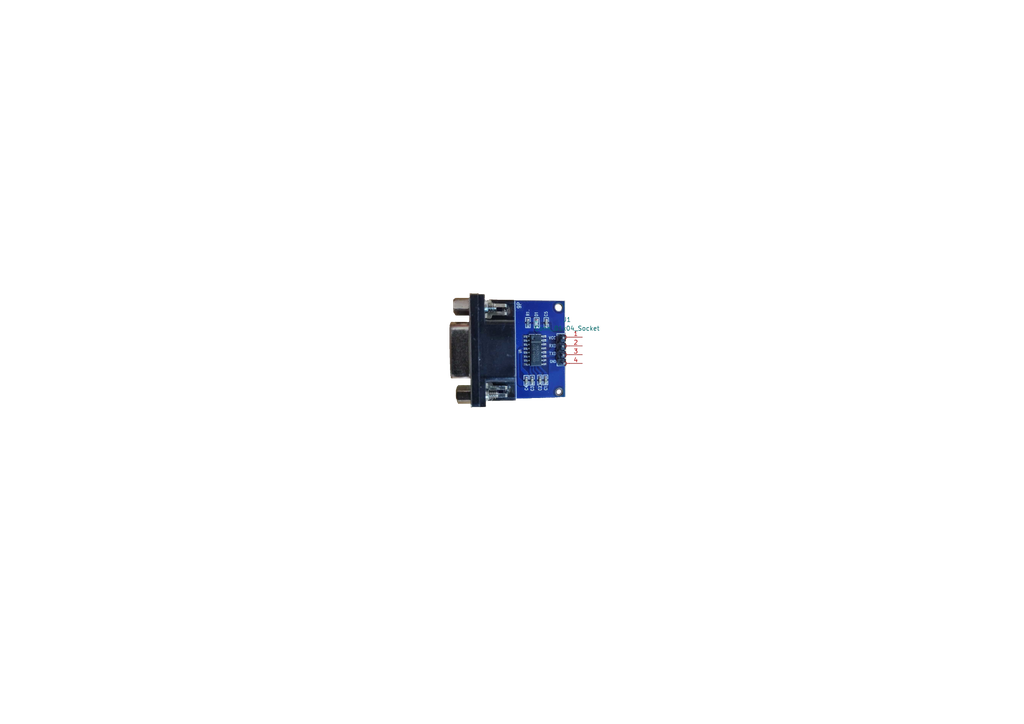
<source format=kicad_sch>
(kicad_sch (version 20250114) (generator "eeschema") (generator_version "9.0")
  (paper "A4")
  (lib_symbols
    (symbol "Connector:Conn_01x04_Socket" (pin_names (offset 1.016) (hide yes))
      (property "Reference" "J" (at 0 5.08 0))
      (property "Value" "Conn_01x04_Socket" (at 0 -7.62 0))
      (symbol "Conn_01x04_Socket_1_1"
        (polyline (pts (xy -1.27 2.54) (xy -0.508 2.54)) (stroke (width 0.1524)))
        (polyline (pts (xy -1.27 0) (xy -0.508 0)) (stroke (width 0.1524)))
        (polyline (pts (xy -1.27 -2.54) (xy -0.508 -2.54)) (stroke (width 0.1524)))
        (polyline (pts (xy -1.27 -5.08) (xy -0.508 -5.08)) (stroke (width 0.1524)))
        (arc (start 0 2.032) (mid -0.5058 2.54) (end 0 3.048) (stroke (width 0.1524)))
        (arc (start 0 -0.508) (mid -0.5058 0) (end 0 0.508) (stroke (width 0.1524)))
        (arc (start 0 -3.048) (mid -0.5058 -2.54) (end 0 -2.032) (stroke (width 0.1524)))
        (arc (start 0 -5.588) (mid -0.5058 -5.08) (end 0 -4.572) (stroke (width 0.1524)))
        (pin passive line (at -5.08 2.54 0) (length 3.81) (name "Pin_1") (number "1"))
        (pin passive line (at -5.08 0 0) (length 3.81) (name "Pin_2") (number "2"))
        (pin passive line (at -5.08 -2.54 0) (length 3.81) (name "Pin_3") (number "3"))
        (pin passive line (at -5.08 -5.08 0) (length 3.81) (name "Pin_4") (number "4"))
      )
    )
  )
  (image (at 147.32 101.854) (scale 0.646691))
  (symbol (lib_id "Connector:Conn_01x04_Socket") (at 163.83 100.33 0) (mirror y) (unit 1)
    (property "Reference" "J1" (at 164.465 92.71 0))
    (property "Value" "Conn_01x04_Socket" (at 164.465 95.25 0))
    (property "Description" "Generic connector, single row, 01x04, script generated" (effects (hide yes)))
  )
)
</source>
